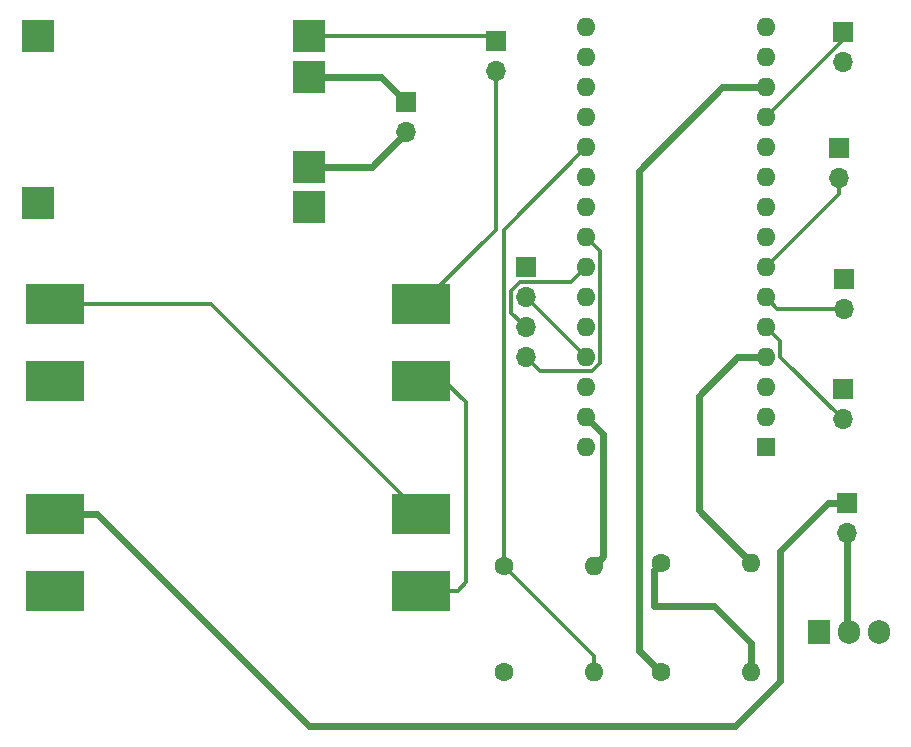
<source format=gbr>
%TF.GenerationSoftware,KiCad,Pcbnew,6.0.11+dfsg-1*%
%TF.CreationDate,2025-09-22T09:10:47+02:00*%
%TF.ProjectId,Rummikub_Timer,52756d6d-696b-4756-925f-54696d65722e,v1*%
%TF.SameCoordinates,Original*%
%TF.FileFunction,Copper,L1,Top*%
%TF.FilePolarity,Positive*%
%FSLAX46Y46*%
G04 Gerber Fmt 4.6, Leading zero omitted, Abs format (unit mm)*
G04 Created by KiCad (PCBNEW 6.0.11+dfsg-1) date 2025-09-22 09:10:47*
%MOMM*%
%LPD*%
G01*
G04 APERTURE LIST*
%TA.AperFunction,ComponentPad*%
%ADD10R,1.600000X1.600000*%
%TD*%
%TA.AperFunction,ComponentPad*%
%ADD11O,1.600000X1.600000*%
%TD*%
%TA.AperFunction,ComponentPad*%
%ADD12R,1.905000X2.000000*%
%TD*%
%TA.AperFunction,ComponentPad*%
%ADD13O,1.905000X2.000000*%
%TD*%
%TA.AperFunction,ComponentPad*%
%ADD14R,1.700000X1.700000*%
%TD*%
%TA.AperFunction,ComponentPad*%
%ADD15O,1.700000X1.700000*%
%TD*%
%TA.AperFunction,ComponentPad*%
%ADD16R,5.000000X3.500000*%
%TD*%
%TA.AperFunction,ComponentPad*%
%ADD17C,1.600000*%
%TD*%
%TA.AperFunction,ComponentPad*%
%ADD18R,2.800000X2.800000*%
%TD*%
%TA.AperFunction,Conductor*%
%ADD19C,0.600000*%
%TD*%
%TA.AperFunction,Conductor*%
%ADD20C,0.300000*%
%TD*%
G04 APERTURE END LIST*
D10*
%TO.P,A1,1,D1/TX*%
%TO.N,unconnected-(A1-Pad1)*%
X170794178Y-107239308D03*
D11*
%TO.P,A1,2,D0/RX*%
%TO.N,unconnected-(A1-Pad2)*%
X170794178Y-104699308D03*
%TO.P,A1,3,~{RESET}*%
%TO.N,unconnected-(A1-Pad3)*%
X170794178Y-102159308D03*
%TO.P,A1,4,GND*%
%TO.N,GND*%
X170794178Y-99619308D03*
%TO.P,A1,5,D2*%
%TO.N,Net-(A1-Pad5)*%
X170794178Y-97079308D03*
%TO.P,A1,6,D3*%
%TO.N,Net-(A1-Pad6)*%
X170794178Y-94539308D03*
%TO.P,A1,7,D4*%
%TO.N,Net-(A1-Pad7)*%
X170794178Y-91999308D03*
%TO.P,A1,8,D5*%
%TO.N,unconnected-(A1-Pad8)*%
X170794178Y-89459308D03*
%TO.P,A1,9,D6*%
%TO.N,unconnected-(A1-Pad9)*%
X170794178Y-86919308D03*
%TO.P,A1,10,D7*%
%TO.N,unconnected-(A1-Pad10)*%
X170794178Y-84379308D03*
%TO.P,A1,11,D8*%
%TO.N,unconnected-(A1-Pad11)*%
X170794178Y-81839308D03*
%TO.P,A1,12,D9*%
%TO.N,Net-(A1-Pad12)*%
X170794178Y-79299308D03*
%TO.P,A1,13,D10*%
%TO.N,Net-(A1-Pad13)*%
X170794178Y-76759308D03*
%TO.P,A1,14,D11*%
%TO.N,unconnected-(A1-Pad14)*%
X170794178Y-74219308D03*
%TO.P,A1,15,D12*%
%TO.N,unconnected-(A1-Pad15)*%
X170794178Y-71679308D03*
%TO.P,A1,16,D13*%
%TO.N,unconnected-(A1-Pad16)*%
X155554178Y-71679308D03*
%TO.P,A1,17,3V3*%
%TO.N,unconnected-(A1-Pad17)*%
X155554178Y-74219308D03*
%TO.P,A1,18,AREF*%
%TO.N,unconnected-(A1-Pad18)*%
X155554178Y-76759308D03*
%TO.P,A1,19,A0*%
%TO.N,unconnected-(A1-Pad19)*%
X155554178Y-79299308D03*
%TO.P,A1,20,A1*%
%TO.N,Net-(A1-Pad20)*%
X155554178Y-81839308D03*
%TO.P,A1,21,A2*%
%TO.N,unconnected-(A1-Pad21)*%
X155554178Y-84379308D03*
%TO.P,A1,22,A3*%
%TO.N,unconnected-(A1-Pad22)*%
X155554178Y-86919308D03*
%TO.P,A1,23,A4*%
%TO.N,Net-(A1-Pad23)*%
X155554178Y-89459308D03*
%TO.P,A1,24,A5*%
%TO.N,Net-(A1-Pad24)*%
X155554178Y-91999308D03*
%TO.P,A1,25,A6*%
%TO.N,unconnected-(A1-Pad25)*%
X155554178Y-94539308D03*
%TO.P,A1,26,A7*%
%TO.N,unconnected-(A1-Pad26)*%
X155554178Y-97079308D03*
%TO.P,A1,27,+5V*%
%TO.N,Net-(A1-Pad27)*%
X155554178Y-99619308D03*
%TO.P,A1,28,~{RESET}*%
%TO.N,unconnected-(A1-Pad28)*%
X155554178Y-102159308D03*
%TO.P,A1,29,GND*%
%TO.N,GND*%
X155554178Y-104699308D03*
%TO.P,A1,30,VIN*%
%TO.N,unconnected-(A1-Pad30)*%
X155554178Y-107239308D03*
%TD*%
D12*
%TO.P,Q1,1,D*%
%TO.N,Net-(Q1-Pad1)*%
X175260000Y-122865000D03*
D13*
%TO.P,Q1,2,G*%
%TO.N,Net-(Q1-Pad2)*%
X177800000Y-122865000D03*
%TO.P,Q1,3,S*%
%TO.N,GND*%
X180340000Y-122865000D03*
%TD*%
D14*
%TO.P,SW1,1,A*%
%TO.N,Net-(J2-Pad3)*%
X147901678Y-72829308D03*
D15*
%TO.P,SW1,2,B*%
%TO.N,Net-(J3-Pad1)*%
X147901678Y-75369308D03*
%TD*%
D16*
%TO.P,J3,1,VIN+*%
%TO.N,Net-(J3-Pad1)*%
X141624178Y-95149308D03*
%TO.P,J3,2,VIN-*%
%TO.N,GND*%
X141624178Y-101599308D03*
%TO.P,J3,3,VOUT+*%
%TO.N,Net-(A1-Pad27)*%
X110624178Y-95099308D03*
%TO.P,J3,4,VOUT-*%
%TO.N,GND*%
X110624178Y-101599308D03*
%TD*%
D17*
%TO.P,R3,1*%
%TO.N,Net-(J3-Pad1)*%
X148575530Y-126249308D03*
D11*
%TO.P,R3,2*%
%TO.N,Net-(A1-Pad20)*%
X156195530Y-126249308D03*
%TD*%
D14*
%TO.P,BZ1,1,-*%
%TO.N,Net-(A1-Pad12)*%
X177294540Y-72047018D03*
D15*
%TO.P,BZ1,2,+*%
%TO.N,GND*%
X177294540Y-74587018D03*
%TD*%
D17*
%TO.P,R1,1*%
%TO.N,Net-(Q1-Pad1)*%
X161914178Y-117017078D03*
D11*
%TO.P,R1,2*%
%TO.N,GND*%
X169534178Y-117017078D03*
%TD*%
D14*
%TO.P,J5,1,LED_+*%
%TO.N,Net-(J5-Pad1)*%
X177686678Y-111929308D03*
D15*
%TO.P,J5,2,LED_-*%
%TO.N,Net-(Q1-Pad2)*%
X177686678Y-114469308D03*
%TD*%
D17*
%TO.P,R4,1*%
%TO.N,Net-(A1-Pad20)*%
X148574202Y-117274822D03*
D11*
%TO.P,R4,2*%
%TO.N,GND*%
X156194202Y-117274822D03*
%TD*%
D14*
%TO.P,SW4,1,1*%
%TO.N,GND*%
X176974178Y-81929308D03*
D15*
%TO.P,SW4,2,2*%
%TO.N,Net-(A1-Pad7)*%
X176974178Y-84469308D03*
%TD*%
D14*
%TO.P,SW3,1,1*%
%TO.N,GND*%
X177369178Y-92969308D03*
D15*
%TO.P,SW3,2,2*%
%TO.N,Net-(A1-Pad6)*%
X177369178Y-95509308D03*
%TD*%
D16*
%TO.P,J4,1,VIN+*%
%TO.N,Net-(A1-Pad27)*%
X141624178Y-112929308D03*
%TO.P,J4,2,VIN-*%
%TO.N,GND*%
X141624178Y-119379308D03*
%TO.P,J4,3,VOUT+*%
%TO.N,Net-(J5-Pad1)*%
X110624178Y-112879308D03*
%TO.P,J4,4,VOUT-*%
%TO.N,GND*%
X110624178Y-119379308D03*
%TD*%
D14*
%TO.P,J6,1,GND*%
%TO.N,GND*%
X150484178Y-92009308D03*
D15*
%TO.P,J6,2,VDD*%
%TO.N,Net-(A1-Pad27)*%
X150484178Y-94549308D03*
%TO.P,J6,3,SCK*%
%TO.N,Net-(A1-Pad24)*%
X150484178Y-97089308D03*
%TO.P,J6,4,SBA*%
%TO.N,Net-(A1-Pad23)*%
X150484178Y-99629308D03*
%TD*%
D17*
%TO.P,R2,1*%
%TO.N,Net-(A1-Pad13)*%
X161914178Y-126289308D03*
D11*
%TO.P,R2,2*%
%TO.N,Net-(Q1-Pad1)*%
X169534178Y-126289308D03*
%TD*%
D14*
%TO.P,J1,1,Bat_+*%
%TO.N,Net-(J1-Pad1)*%
X140324178Y-78029308D03*
D15*
%TO.P,J1,2,Bat_-*%
%TO.N,Net-(J1-Pad2)*%
X140324178Y-80569308D03*
%TD*%
D18*
%TO.P,J2,1,5V*%
%TO.N,unconnected-(J2-Pad1)*%
X109180000Y-72390000D03*
%TO.P,J2,2,GND*%
%TO.N,unconnected-(J2-Pad2)*%
X109180000Y-86590000D03*
%TO.P,J2,3,OUT+*%
%TO.N,Net-(J2-Pad3)*%
X132080000Y-72390000D03*
%TO.P,J2,4,OUT-*%
%TO.N,GND*%
X132080000Y-86890000D03*
%TO.P,J2,5,B+*%
%TO.N,Net-(J1-Pad1)*%
X132080000Y-75890000D03*
%TO.P,J2,6,B-*%
%TO.N,Net-(J1-Pad2)*%
X132080000Y-83490000D03*
%TD*%
D14*
%TO.P,SW2,1,1*%
%TO.N,GND*%
X177284178Y-102339308D03*
D15*
%TO.P,SW2,2,2*%
%TO.N,Net-(A1-Pad5)*%
X177284178Y-104879308D03*
%TD*%
D19*
%TO.N,Net-(J5-Pad1)*%
X110624178Y-112879308D02*
X114149308Y-112879308D01*
X114149308Y-112879308D02*
X132080000Y-130810000D01*
X132080000Y-130810000D02*
X168190000Y-130810000D01*
X176070692Y-111929308D02*
X177686678Y-111929308D01*
X168190000Y-130810000D02*
X172000000Y-127000000D01*
X172000000Y-127000000D02*
X172000000Y-116000000D01*
X172000000Y-116000000D02*
X176070692Y-111929308D01*
%TO.N,GND*%
X165100000Y-112582900D02*
X165100000Y-102870000D01*
X165100000Y-102870000D02*
X168350692Y-99619308D01*
X169534178Y-117017078D02*
X165100000Y-112582900D01*
X168350692Y-99619308D02*
X170794178Y-99619308D01*
%TO.N,Net-(Q1-Pad1)*%
X169534178Y-126289308D02*
X169534178Y-123814178D01*
X169534178Y-123814178D02*
X166370000Y-120650000D01*
X166370000Y-120650000D02*
X161290000Y-120650000D01*
X161290000Y-120650000D02*
X161290000Y-117641256D01*
X161290000Y-117641256D02*
X161914178Y-117017078D01*
%TO.N,Net-(A1-Pad13)*%
X161914178Y-126289308D02*
X160084870Y-124460000D01*
D20*
X160084870Y-124460000D02*
X160020000Y-124460000D01*
D19*
X160020000Y-124460000D02*
X160020000Y-83820000D01*
X160020000Y-83820000D02*
X167080692Y-76759308D01*
X167080692Y-76759308D02*
X170794178Y-76759308D01*
%TO.N,Net-(Q1-Pad2)*%
X177686678Y-114469308D02*
X177686678Y-122751678D01*
D20*
X177686678Y-122751678D02*
X177800000Y-122865000D01*
%TO.N,GND*%
X143574178Y-101599308D02*
X145404178Y-103429308D01*
D19*
X156994201Y-106139331D02*
X155554178Y-104699308D01*
D20*
X145404178Y-118669308D02*
X144694178Y-119379308D01*
X144694178Y-119379308D02*
X141624178Y-119379308D01*
X141624178Y-101599308D02*
X143574178Y-101599308D01*
D19*
X156994201Y-116474823D02*
X156994201Y-106139331D01*
X156194202Y-117274822D02*
X156994201Y-116474823D01*
D20*
X145404178Y-103429308D02*
X145404178Y-118669308D01*
%TO.N,Net-(A1-Pad5)*%
X171994178Y-99589308D02*
X171994178Y-98279308D01*
X177284178Y-104879308D02*
X171994178Y-99589308D01*
X171994178Y-98279308D02*
X170794178Y-97079308D01*
%TO.N,Net-(A1-Pad6)*%
X177369178Y-95509308D02*
X171764178Y-95509308D01*
X171764178Y-95509308D02*
X170794178Y-94539308D01*
%TO.N,Net-(A1-Pad7)*%
X176974178Y-85819308D02*
X170794178Y-91999308D01*
X176974178Y-84469308D02*
X176974178Y-85819308D01*
%TO.N,Net-(A1-Pad12)*%
X177294540Y-72798946D02*
X170794178Y-79299308D01*
X177294540Y-72047018D02*
X177294540Y-72798946D01*
%TO.N,Net-(A1-Pad20)*%
X156195530Y-124896150D02*
X156195530Y-126249308D01*
X148574202Y-88819284D02*
X155554178Y-81839308D01*
X148574202Y-117274822D02*
X148574202Y-88819284D01*
X148574202Y-117274822D02*
X156195530Y-124896150D01*
%TO.N,Net-(A1-Pad23)*%
X156051235Y-100819308D02*
X156754178Y-100116365D01*
X156754178Y-90659308D02*
X155554178Y-89459308D01*
X156754178Y-100116365D02*
X156754178Y-90659308D01*
X150484178Y-99629308D02*
X151674178Y-100819308D01*
X151674178Y-100819308D02*
X156051235Y-100819308D01*
%TO.N,Net-(A1-Pad24)*%
X150484178Y-97089308D02*
X149234178Y-95839308D01*
X149234178Y-94031541D02*
X149996411Y-93269308D01*
X154284178Y-93269308D02*
X155554178Y-91999308D01*
X149996411Y-93269308D02*
X154284178Y-93269308D01*
X149234178Y-95839308D02*
X149234178Y-94031541D01*
%TO.N,Net-(A1-Pad27)*%
X110624178Y-95099308D02*
X123794178Y-95099308D01*
X123794178Y-95099308D02*
X141624178Y-112929308D01*
X150484178Y-94549308D02*
X155554178Y-99619308D01*
D19*
%TO.N,Net-(J1-Pad1)*%
X132080000Y-75890000D02*
X138184870Y-75890000D01*
X138184870Y-75890000D02*
X140324178Y-78029308D01*
%TO.N,Net-(J1-Pad2)*%
X132080000Y-83490000D02*
X137403486Y-83490000D01*
X137403486Y-83490000D02*
X140324178Y-80569308D01*
D20*
%TO.N,Net-(J2-Pad3)*%
X147462370Y-72390000D02*
X147901678Y-72829308D01*
X132080000Y-72390000D02*
X147462370Y-72390000D01*
%TO.N,Net-(J3-Pad1)*%
X147901678Y-75369308D02*
X147901678Y-88871808D01*
X147901678Y-88871808D02*
X141624178Y-95149308D01*
%TD*%
M02*

</source>
